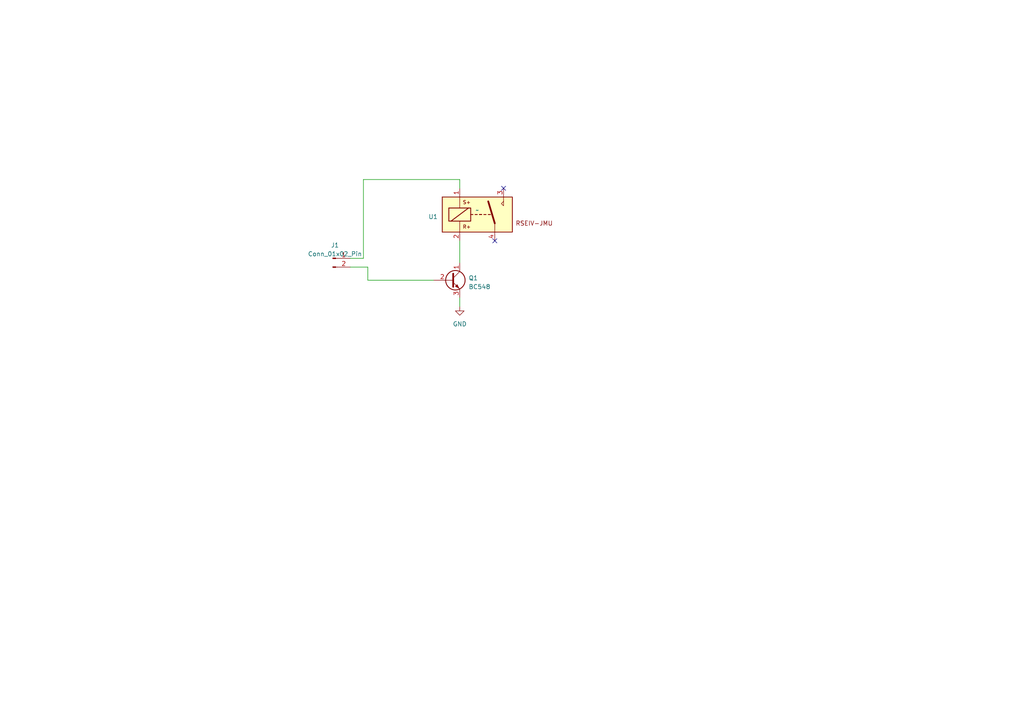
<source format=kicad_sch>
(kicad_sch (version 20230121) (generator eeschema)
  (paper "A4")
  (lib_symbols
    (symbol "Connector:Conn_01x02_Pin" (pin_names (offset 1.016) hide)
      (property "Reference" "J" (at 0 2.54 0))
      (property "Value" "Conn_01x02_Pin" (at 0 -5.08 0))
      (symbol "Conn_01x02_Pin_1_1"
        (polyline (pts (xy 1.27 -2.54) (xy 0.8636 -2.54)) (stroke (width 0.1524)))
        (polyline (pts (xy 1.27 0) (xy 0.8636 0)) (stroke (width 0.1524)))
        (rectangle (start 0.8636 -2.413) (end 0 -2.667) (stroke (width 0.1524)) (fill (type outline)))
        (rectangle (start 0.8636 0.127) (end 0 -0.127) (stroke (width 0.1524)) (fill (type outline)))
        (pin passive line (at 5.08 0 180) (length 3.81) (name "Pin_1") (number "1"))
        (pin passive line (at 5.08 -2.54 180) (length 3.81) (name "Pin_2") (number "2"))
      )
    )
    (symbol "Relay:RSEIV-JMU"
      (property "Reference" "U" (at 11.43 2.54 0))
      (symbol "RSEIV-JMU_0_0"
        (text "RSEIV-JMU" (at 16.51 -3.81 0) (effects (font (size 1.27 1.27))))
      )
      (symbol "RSEIV-JMU_1_1"
        (rectangle (start -10.16 3.81) (end 10.16 -6.35) (stroke (width 0.254)) (fill (type background)))
        (rectangle (start -8.255 0.635) (end -1.905 -3.175) (stroke (width 0.254)))
        (polyline (pts (xy -7.62 -3.175) (xy -2.54 0.635)) (stroke (width 0.254)))
        (polyline (pts (xy -5.08 -6.35) (xy -5.08 -3.175)))
        (polyline (pts (xy -5.08 3.81) (xy -5.08 0.635)))
        (polyline (pts (xy -1.905 -1.27) (xy -1.27 -1.27)) (stroke (width 0.254)))
        (polyline (pts (xy -0.635 -1.27) (xy 0 -1.27)) (stroke (width 0.254)))
        (polyline (pts (xy 0.635 -1.27) (xy 1.27 -1.27)) (stroke (width 0.254)))
        (polyline (pts (xy 0.635 -1.27) (xy 1.27 -1.27)) (stroke (width 0.254)))
        (polyline (pts (xy 1.905 -1.27) (xy 2.54 -1.27)) (stroke (width 0.254)))
        (polyline (pts (xy 3.175 -1.27) (xy 3.81 -1.27)) (stroke (width 0.254)))
        (polyline (pts (xy 5.08 -3.81) (xy 3.175 2.54)) (stroke (width 0.508)))
        (polyline (pts (xy 5.08 -3.81) (xy 5.08 -6.35)))
        (polyline (pts (xy 7.62 2.54) (xy 7.62 3.81)))
        (polyline (pts (xy 7.62 2.54) (xy 7.62 1.27) (xy 6.985 1.905) (xy 7.62 2.54)))
        (text "R+" (at -3.048 -4.826 0) (effects (font (size 1.016 1.016))))
        (text "S+" (at -3.048 2.286 0) (effects (font (size 1.016 1.016))))
        (pin passive line (at -5.08 6.35 270) (length 2.54) (name "~") (number "1"))
        (pin passive line (at -5.08 -8.89 90) (length 2.54) (name "~") (number "2"))
        (pin passive line (at 7.62 6.35 270) (length 2.54) (name "~") (number "3"))
        (pin passive line (at 5.08 -8.89 90) (length 2.54) (name "~") (number "4"))
      )
    )
    (symbol "Transistor_BJT:BC548" (pin_names (offset 0) hide)
      (property "Reference" "Q" (at 5.08 1.905 0))
      (property "Value" "BC548" (at 5.08 0 0))
      (symbol "BC548_0_1"
        (polyline (pts (xy 0 0) (xy 0.635 0)))
        (polyline (pts (xy 0.635 0.635) (xy 2.54 2.54)))
        (polyline (pts (xy 0.635 -0.635) (xy 2.54 -2.54) (xy 2.54 -2.54)))
        (polyline (pts (xy 0.635 1.905) (xy 0.635 -1.905) (xy 0.635 -1.905)) (stroke (width 0.508)))
        (polyline (pts (xy 1.27 -1.778) (xy 1.778 -1.27) (xy 2.286 -2.286) (xy 1.27 -1.778) (xy 1.27 -1.778)) (fill (type outline)))
        (circle (center 1.27 0) (radius 2.8194) (stroke (width 0.254)))
      )
      (symbol "BC548_1_1"
        (pin passive line (at 2.54 5.08 270) (length 2.54) (name "C") (number "1"))
        (pin input line (at -5.08 0 0) (length 5.08) (name "B") (number "2"))
        (pin passive line (at 2.54 -5.08 90) (length 2.54) (name "E") (number "3"))
      )
    )
    (symbol "power:GND" (power) (pin_names (offset 0))
      (property "Value" "GND" (at 0 -3.81 0))
      (symbol "GND_0_1"
        (polyline (pts (xy 0 0) (xy 0 -1.27) (xy 1.27 -1.27) (xy 0 -2.54) (xy -1.27 -1.27) (xy 0 -1.27)))
      )
      (symbol "GND_1_1"
        (pin power_in line (at 0 0 270) (length 0) hide (name "GND") (number "1"))
      )
    )
  )
  (no_connect (at 143.51 69.85))
  (no_connect (at 146.05 54.61))
  (wire (pts (xy 105.41 74.93) (xy 101.6 74.93)))
  (wire (pts (xy 106.68 77.47) (xy 101.6 77.47)))
  (wire (pts (xy 133.35 52.07) (xy 105.41 52.07)))
  (wire (pts (xy 125.73 81.28) (xy 106.68 81.28)))
  (wire (pts (xy 133.35 69.85) (xy 133.35 76.2)))
  (wire (pts (xy 105.41 52.07) (xy 105.41 74.93)))
  (wire (pts (xy 133.35 86.36) (xy 133.35 88.9)))
  (wire (pts (xy 133.35 54.61) (xy 133.35 52.07)))
  (wire (pts (xy 106.68 81.28) (xy 106.68 77.47)))
  (symbol (lib_id "Relay:RSEIV-JMU") (at 138.43 60.96 0) (unit 1)
    (property "Reference" "U1" (at 127 62.865 0) (effects (justify right)))
    (property "Value" "~" (at 138.43 60.96 0))
    (property "Footprint" "Relay_THT:RSEIV-JMU" (effects hide))
  )
  (symbol (lib_id "Connector:Conn_01x02_Pin") (at 96.52 74.93 0) (unit 1)
    (property "Reference" "J1" (at 97.155 71.12 0))
    (property "Value" "Conn_01x02_Pin" (at 97.155 73.66 0))
    (property "Footprint" "TerminalBlock:TerminalBlock_Altech_AK300-2_P5.00mm" (effects hide))
  )
  (symbol (lib_id "Transistor_BJT:BC548") (at 130.81 81.28 0) (unit 1)
    (property "Reference" "Q1" (at 135.89 80.645 0) (effects (justify left)))
    (property "Value" "BC548" (at 135.89 83.185 0) (effects (justify left)))
    (property "Footprint" "Package_TO_SOT_THT:TO-92_Inline" (effects hide))
    (property "Datasheet" "https://www.onsemi.com/pub/Collateral/BC550-D.pdf" (effects hide))
  )
  (symbol (lib_id "power:GND") (at 133.35 88.9 0) (unit 1)
    (property "Reference" "#PWR01" (effects hide))
    (property "Value" "GND" (at 133.35 93.98 0))
  )
)
</source>
